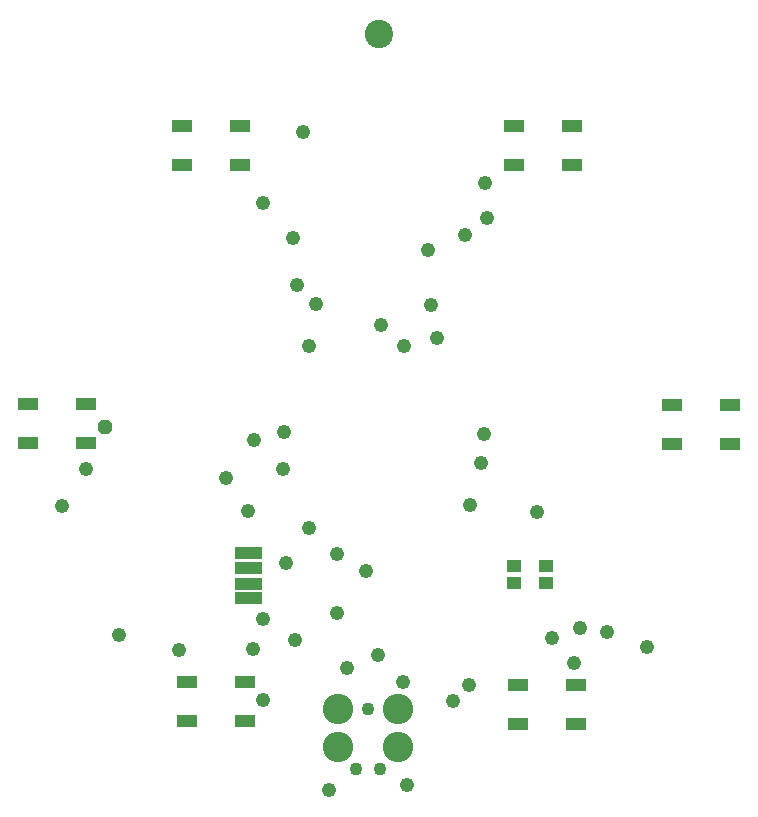
<source format=gbs>
G75*
%MOIN*%
%OFA0B0*%
%FSLAX25Y25*%
%IPPOS*%
%LPD*%
%AMOC8*
5,1,8,0,0,1.08239X$1,22.5*
%
%ADD10C,0.09461*%
%ADD11R,0.06706X0.04343*%
%ADD12R,0.07800X0.04400*%
%ADD13R,0.05131X0.03950*%
%ADD14C,0.04300*%
%ADD15C,0.10150*%
%ADD16C,0.04762*%
%ADD17OC8,0.04762*%
D10*
X0202000Y0304117D03*
D11*
X0155646Y0273363D03*
X0155646Y0260371D03*
X0136354Y0260371D03*
X0136354Y0273363D03*
X0104396Y0180613D03*
X0104396Y0167621D03*
X0085104Y0167621D03*
X0085104Y0180613D03*
X0138104Y0087863D03*
X0138104Y0074871D03*
X0157396Y0074871D03*
X0157396Y0087863D03*
X0248354Y0086863D03*
X0248354Y0073871D03*
X0267646Y0073871D03*
X0267646Y0086863D03*
X0299854Y0167371D03*
X0299854Y0180363D03*
X0319146Y0180363D03*
X0319146Y0167371D03*
X0266396Y0260371D03*
X0266396Y0273363D03*
X0247104Y0273363D03*
X0247104Y0260371D03*
D12*
X0159342Y0130846D03*
X0157720Y0130846D03*
X0157719Y0125904D03*
X0159372Y0125904D03*
X0159372Y0120786D03*
X0157600Y0120786D03*
X0157600Y0116022D03*
X0159451Y0116022D03*
D13*
X0247185Y0120861D03*
X0247185Y0126766D03*
X0257815Y0126766D03*
X0257815Y0120861D03*
D14*
X0198500Y0078867D03*
X0194500Y0058867D03*
X0202500Y0058867D03*
D15*
X0208500Y0066367D03*
X0208500Y0078867D03*
X0188500Y0078867D03*
X0188500Y0066367D03*
D16*
X0115500Y0103617D03*
X0135250Y0098617D03*
X0160000Y0099117D03*
X0163500Y0108867D03*
X0174000Y0101867D03*
X0188000Y0111117D03*
X0197750Y0124867D03*
X0188000Y0130617D03*
X0178750Y0139367D03*
X0171000Y0127617D03*
X0158500Y0144867D03*
X0151000Y0156117D03*
X0160500Y0168617D03*
X0170500Y0171367D03*
X0170000Y0159117D03*
X0178750Y0200117D03*
X0181000Y0213867D03*
X0174750Y0220367D03*
X0173250Y0235867D03*
X0163250Y0247617D03*
X0176750Y0271367D03*
X0218250Y0231867D03*
X0230750Y0236867D03*
X0238000Y0242617D03*
X0237500Y0254367D03*
X0219500Y0213617D03*
X0221250Y0202617D03*
X0210250Y0199867D03*
X0202750Y0207117D03*
X0237000Y0170617D03*
X0236000Y0160867D03*
X0232250Y0147117D03*
X0254750Y0144617D03*
X0269000Y0105867D03*
X0278000Y0104617D03*
X0267000Y0094367D03*
X0259750Y0102617D03*
X0232000Y0087117D03*
X0226750Y0081617D03*
X0210000Y0087867D03*
X0201750Y0096867D03*
X0191250Y0092617D03*
X0163500Y0081867D03*
X0185250Y0051867D03*
X0211500Y0053617D03*
X0291250Y0099617D03*
X0104250Y0159117D03*
X0096250Y0146617D03*
D17*
X0110750Y0172867D03*
M02*

</source>
